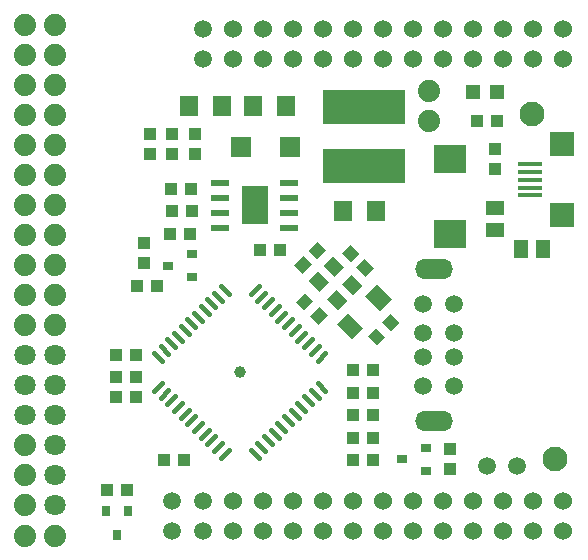
<source format=gtp>
G04 (created by PCBNEW (2013-03-19 BZR 4004)-stable) date 2014/11/26 17:53:31*
%MOIN*%
G04 Gerber Fmt 3.4, Leading zero omitted, Abs format*
%FSLAX34Y34*%
G01*
G70*
G90*
G04 APERTURE LIST*
%ADD10C,0*%
%ADD11R,0.275591X0.11811*%
%ADD12R,0.0629X0.0708*%
%ADD13R,0.0629921X0.023622*%
%ADD14R,0.0905512X0.129921*%
%ADD15R,0.0433X0.0393*%
%ADD16R,0.0393X0.0433*%
%ADD17R,0.1102X0.0944*%
%ADD18R,0.0511X0.059*%
%ADD19R,0.059X0.0511*%
%ADD20C,0.06*%
%ADD21C,0.0593*%
%ADD22C,0.0826772*%
%ADD23R,0.0472X0.0472*%
%ADD24R,0.0669291X0.0669291*%
%ADD25C,0.0590551*%
%ADD26C,0.074*%
%ADD27C,0.0177*%
%ADD28C,0.0393*%
%ADD29O,0.125984X0.0669291*%
%ADD30R,0.0787402X0.016*%
%ADD31R,0.081X0.081*%
%ADD32R,0.035X0.031*%
%ADD33R,0.031X0.035*%
%ADD34C,0.0708661*%
G04 APERTURE END LIST*
G54D10*
G54D11*
X74393Y-24734D03*
X74393Y-22765D03*
G54D12*
X71801Y-22750D03*
X70699Y-22750D03*
X73699Y-26250D03*
X74801Y-26250D03*
G54D13*
X71900Y-26800D03*
X71900Y-26300D03*
X71900Y-25800D03*
X71900Y-25300D03*
X69600Y-25300D03*
X69600Y-25800D03*
X69600Y-26300D03*
X69600Y-26800D03*
G54D14*
X70750Y-26050D03*
G54D15*
X68000Y-24334D03*
X68000Y-23666D03*
G54D16*
X68676Y-26250D03*
X68008Y-26250D03*
G54D15*
X67250Y-23666D03*
X67250Y-24334D03*
X68750Y-23666D03*
X68750Y-24334D03*
X71584Y-27550D03*
X70916Y-27550D03*
X67946Y-25500D03*
X68614Y-25500D03*
X67916Y-27000D03*
X68584Y-27000D03*
G54D17*
X77250Y-26990D03*
X77250Y-24510D03*
G54D18*
X80374Y-27500D03*
X79626Y-27500D03*
G54D19*
X78750Y-26874D03*
X78750Y-26126D03*
G54D20*
X81023Y-35905D03*
X81023Y-36905D03*
X80023Y-35905D03*
X80023Y-36905D03*
X79023Y-35905D03*
X79023Y-36905D03*
X78023Y-35905D03*
X78023Y-36905D03*
X77023Y-35905D03*
X77023Y-36905D03*
X76023Y-35905D03*
X76023Y-36905D03*
X75023Y-35905D03*
X75023Y-36905D03*
X74023Y-35905D03*
X74023Y-36905D03*
X73023Y-35905D03*
X73023Y-36905D03*
X72023Y-35905D03*
X72023Y-36905D03*
X71023Y-35905D03*
X71023Y-36905D03*
X70023Y-35905D03*
X70023Y-36905D03*
G54D21*
X69023Y-35905D03*
X69023Y-36905D03*
G54D20*
X81023Y-20157D03*
X81023Y-21157D03*
X80023Y-20157D03*
X80023Y-21157D03*
X79023Y-20157D03*
X79023Y-21157D03*
X78023Y-20157D03*
X78023Y-21157D03*
X77023Y-20157D03*
X77023Y-21157D03*
X76023Y-20157D03*
X76023Y-21157D03*
X75023Y-20157D03*
X75023Y-21157D03*
X74023Y-20157D03*
X74023Y-21157D03*
X73023Y-20157D03*
X73023Y-21157D03*
X72023Y-20157D03*
X72023Y-21157D03*
X71023Y-20157D03*
X71023Y-21157D03*
X70023Y-20157D03*
X70023Y-21157D03*
G54D21*
X69023Y-20157D03*
X69023Y-21157D03*
G54D16*
X74684Y-34550D03*
X74016Y-34550D03*
X78750Y-24834D03*
X78750Y-24166D03*
G54D15*
X66116Y-32450D03*
X66784Y-32450D03*
X66116Y-31780D03*
X66784Y-31780D03*
X68384Y-34550D03*
X67716Y-34550D03*
G54D16*
X66784Y-31040D03*
X66116Y-31040D03*
X74684Y-32300D03*
X74016Y-32300D03*
G54D10*
G36*
X72121Y-29277D02*
X72427Y-28971D01*
X72705Y-29249D01*
X72399Y-29555D01*
X72121Y-29277D01*
X72121Y-29277D01*
G37*
G36*
X72594Y-29750D02*
X72900Y-29444D01*
X73178Y-29722D01*
X72872Y-30028D01*
X72594Y-29750D01*
X72594Y-29750D01*
G37*
G36*
X75272Y-29671D02*
X75578Y-29977D01*
X75300Y-30255D01*
X74994Y-29949D01*
X75272Y-29671D01*
X75272Y-29671D01*
G37*
G36*
X74799Y-30144D02*
X75105Y-30450D01*
X74827Y-30728D01*
X74521Y-30422D01*
X74799Y-30144D01*
X74799Y-30144D01*
G37*
G36*
X73671Y-27649D02*
X73949Y-27371D01*
X74255Y-27677D01*
X73977Y-27955D01*
X73671Y-27649D01*
X73671Y-27649D01*
G37*
G36*
X74144Y-28122D02*
X74422Y-27844D01*
X74728Y-28150D01*
X74450Y-28428D01*
X74144Y-28122D01*
X74144Y-28122D01*
G37*
G54D15*
X74684Y-33050D03*
X74016Y-33050D03*
G54D22*
X80750Y-34500D03*
X80000Y-23000D03*
G54D12*
X68554Y-22750D03*
X69656Y-22750D03*
G54D16*
X78166Y-23250D03*
X78834Y-23250D03*
G54D23*
X78012Y-22275D03*
X78838Y-22275D03*
G54D24*
X70291Y-24100D03*
X71944Y-24100D03*
G54D25*
X68000Y-36900D03*
X68000Y-35900D03*
G54D26*
X76550Y-22250D03*
X76550Y-23250D03*
G54D25*
X79500Y-34750D03*
X78500Y-34750D03*
G54D27*
X70883Y-34459D02*
X70619Y-34195D01*
X71106Y-34236D02*
X70841Y-33972D01*
X71329Y-34014D02*
X71064Y-33749D01*
X71551Y-33791D02*
X71287Y-33526D01*
X71774Y-33568D02*
X71510Y-33304D01*
X71996Y-33346D02*
X71732Y-33082D01*
X72218Y-33124D02*
X71954Y-32860D01*
X72441Y-32901D02*
X72176Y-32637D01*
X72664Y-32679D02*
X72399Y-32414D01*
X72886Y-32456D02*
X72622Y-32191D01*
X73109Y-32233D02*
X72845Y-31969D01*
X72845Y-31230D02*
X73109Y-30966D01*
X72622Y-31008D02*
X72886Y-30743D01*
X72399Y-30785D02*
X72664Y-30520D01*
X72176Y-30562D02*
X72441Y-30298D01*
X71954Y-30339D02*
X72218Y-30075D01*
X71732Y-30117D02*
X71996Y-29853D01*
X71510Y-29895D02*
X71774Y-29631D01*
X71287Y-29673D02*
X71551Y-29408D01*
X71064Y-29450D02*
X71329Y-29185D01*
X70841Y-29227D02*
X71106Y-28963D01*
X70619Y-29004D02*
X70883Y-28740D01*
X69880Y-29004D02*
X69616Y-28740D01*
X69658Y-29227D02*
X69393Y-28963D01*
X69435Y-29450D02*
X69170Y-29185D01*
X69212Y-29673D02*
X68948Y-29408D01*
X68989Y-29895D02*
X68725Y-29631D01*
X68767Y-30117D02*
X68503Y-29853D01*
X68545Y-30339D02*
X68281Y-30075D01*
X68323Y-30562D02*
X68058Y-30298D01*
X68100Y-30785D02*
X67835Y-30520D01*
X67877Y-31008D02*
X67613Y-30743D01*
X67654Y-31230D02*
X67390Y-30966D01*
X67390Y-32233D02*
X67654Y-31969D01*
X67613Y-32456D02*
X67877Y-32191D01*
X67835Y-32679D02*
X68100Y-32414D01*
X68058Y-32901D02*
X68323Y-32637D01*
X68281Y-33124D02*
X68545Y-32860D01*
X68503Y-33346D02*
X68767Y-33082D01*
X68725Y-33568D02*
X68989Y-33304D01*
X68948Y-33791D02*
X69212Y-33526D01*
X69170Y-34014D02*
X69435Y-33749D01*
X69393Y-34236D02*
X69658Y-33972D01*
X69616Y-34459D02*
X69880Y-34195D01*
G54D28*
X70250Y-31600D03*
G54D10*
G36*
X74928Y-29572D02*
X74427Y-29071D01*
X74817Y-28681D01*
X75318Y-29182D01*
X74928Y-29572D01*
X74928Y-29572D01*
G37*
G36*
X73982Y-30518D02*
X73481Y-30017D01*
X73871Y-29627D01*
X74372Y-30128D01*
X73982Y-30518D01*
X73982Y-30518D01*
G37*
G36*
X72914Y-28935D02*
X72552Y-28573D01*
X72872Y-28253D01*
X73234Y-28615D01*
X72914Y-28935D01*
X72914Y-28935D01*
G37*
G36*
X73526Y-29547D02*
X73164Y-29185D01*
X73484Y-28865D01*
X73846Y-29227D01*
X73526Y-29547D01*
X73526Y-29547D01*
G37*
G36*
X74027Y-29046D02*
X73665Y-28684D01*
X73985Y-28364D01*
X74347Y-28726D01*
X74027Y-29046D01*
X74027Y-29046D01*
G37*
G36*
X73415Y-28434D02*
X73053Y-28072D01*
X73373Y-27752D01*
X73735Y-28114D01*
X73415Y-28434D01*
X73415Y-28434D01*
G37*
G36*
X72850Y-27271D02*
X73128Y-27549D01*
X72822Y-27855D01*
X72544Y-27577D01*
X72850Y-27271D01*
X72850Y-27271D01*
G37*
G36*
X72377Y-27744D02*
X72655Y-28022D01*
X72349Y-28328D01*
X72071Y-28050D01*
X72377Y-27744D01*
X72377Y-27744D01*
G37*
G54D15*
X74016Y-31550D03*
X74684Y-31550D03*
G54D16*
X74016Y-33800D03*
X74684Y-33800D03*
G54D25*
X77401Y-31102D03*
X77401Y-30314D03*
X76377Y-31102D03*
X76377Y-30314D03*
X76377Y-32086D03*
X77401Y-32086D03*
X76377Y-29330D03*
X77401Y-29330D03*
G54D29*
X76732Y-33228D03*
X76732Y-28188D03*
G54D30*
X79940Y-25720D03*
X79940Y-25460D03*
X79940Y-25200D03*
X79940Y-24940D03*
X79940Y-24680D03*
G54D31*
X81000Y-26381D03*
X81000Y-24018D03*
G54D15*
X77250Y-34834D03*
X77250Y-34166D03*
G54D16*
X67484Y-28750D03*
X66816Y-28750D03*
G54D15*
X67050Y-27316D03*
X67050Y-27984D03*
G54D16*
X66484Y-35550D03*
X65816Y-35550D03*
G54D32*
X67850Y-28060D03*
X68650Y-27680D03*
X68650Y-28440D03*
G54D33*
X66160Y-37050D03*
X65780Y-36250D03*
X66540Y-36250D03*
G54D32*
X75650Y-34510D03*
X76450Y-34130D03*
X76450Y-34890D03*
G54D34*
X64100Y-33050D03*
X63100Y-33050D03*
G54D26*
X63100Y-22050D03*
X64100Y-22050D03*
X63100Y-23050D03*
X64100Y-23050D03*
X63100Y-24050D03*
X64100Y-24050D03*
X63100Y-25050D03*
X64100Y-25050D03*
X63100Y-26050D03*
X64100Y-26050D03*
X63100Y-27050D03*
X64100Y-27050D03*
X63100Y-28050D03*
X64100Y-28050D03*
X63100Y-29050D03*
X64100Y-29050D03*
X63100Y-30050D03*
X64100Y-30050D03*
G54D34*
X63100Y-31050D03*
X64100Y-31050D03*
X63100Y-32050D03*
X64100Y-32050D03*
G54D26*
X63100Y-34050D03*
G54D34*
X64100Y-34050D03*
X64100Y-35050D03*
G54D26*
X63100Y-35050D03*
X63100Y-36050D03*
G54D34*
X64100Y-36050D03*
G54D26*
X64100Y-21050D03*
X63100Y-21050D03*
X64098Y-20030D03*
X63098Y-20030D03*
X64106Y-37058D03*
X63106Y-37058D03*
M02*

</source>
